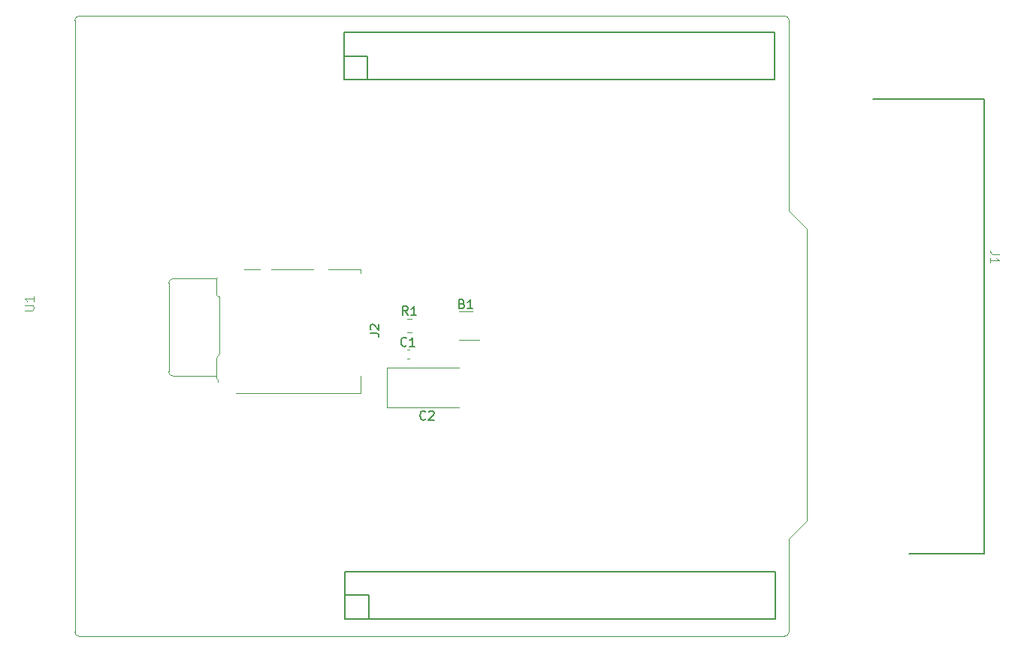
<source format=gbr>
%TF.GenerationSoftware,KiCad,Pcbnew,7.0.5-7.0.5~ubuntu22.04.1*%
%TF.CreationDate,2023-06-12T13:20:56+02:00*%
%TF.ProjectId,OBC_L476RG,4f42435f-4c34-4373-9652-472e6b696361,rev?*%
%TF.SameCoordinates,Original*%
%TF.FileFunction,Legend,Top*%
%TF.FilePolarity,Positive*%
%FSLAX46Y46*%
G04 Gerber Fmt 4.6, Leading zero omitted, Abs format (unit mm)*
G04 Created by KiCad (PCBNEW 7.0.5-7.0.5~ubuntu22.04.1) date 2023-06-12 13:20:56*
%MOMM*%
%LPD*%
G01*
G04 APERTURE LIST*
%ADD10C,0.150000*%
%ADD11C,0.100000*%
%ADD12C,0.120000*%
%ADD13C,0.200000*%
%ADD14C,0.050000*%
G04 APERTURE END LIST*
D10*
%TO.C,C2*%
X166620247Y-99124267D02*
X166572628Y-99171887D01*
X166572628Y-99171887D02*
X166429771Y-99219506D01*
X166429771Y-99219506D02*
X166334533Y-99219506D01*
X166334533Y-99219506D02*
X166191676Y-99171887D01*
X166191676Y-99171887D02*
X166096438Y-99076648D01*
X166096438Y-99076648D02*
X166048819Y-98981410D01*
X166048819Y-98981410D02*
X166001200Y-98790934D01*
X166001200Y-98790934D02*
X166001200Y-98648077D01*
X166001200Y-98648077D02*
X166048819Y-98457601D01*
X166048819Y-98457601D02*
X166096438Y-98362363D01*
X166096438Y-98362363D02*
X166191676Y-98267125D01*
X166191676Y-98267125D02*
X166334533Y-98219506D01*
X166334533Y-98219506D02*
X166429771Y-98219506D01*
X166429771Y-98219506D02*
X166572628Y-98267125D01*
X166572628Y-98267125D02*
X166620247Y-98314744D01*
X167001200Y-98314744D02*
X167048819Y-98267125D01*
X167048819Y-98267125D02*
X167144057Y-98219506D01*
X167144057Y-98219506D02*
X167382152Y-98219506D01*
X167382152Y-98219506D02*
X167477390Y-98267125D01*
X167477390Y-98267125D02*
X167525009Y-98314744D01*
X167525009Y-98314744D02*
X167572628Y-98409982D01*
X167572628Y-98409982D02*
X167572628Y-98505220D01*
X167572628Y-98505220D02*
X167525009Y-98648077D01*
X167525009Y-98648077D02*
X166953581Y-99219506D01*
X166953581Y-99219506D02*
X167572628Y-99219506D01*
D11*
%TO.C,J1*%
X231258580Y-80520666D02*
X230544295Y-80520666D01*
X230544295Y-80520666D02*
X230401438Y-80473047D01*
X230401438Y-80473047D02*
X230306200Y-80377809D01*
X230306200Y-80377809D02*
X230258580Y-80234952D01*
X230258580Y-80234952D02*
X230258580Y-80139714D01*
X230258580Y-81520666D02*
X230258580Y-80949238D01*
X230258580Y-81234952D02*
X231258580Y-81234952D01*
X231258580Y-81234952D02*
X231115723Y-81139714D01*
X231115723Y-81139714D02*
X231020485Y-81044476D01*
X231020485Y-81044476D02*
X230972866Y-80949238D01*
D10*
%TO.C,B1*%
X170748238Y-86119009D02*
X170891095Y-86166628D01*
X170891095Y-86166628D02*
X170938714Y-86214247D01*
X170938714Y-86214247D02*
X170986333Y-86309485D01*
X170986333Y-86309485D02*
X170986333Y-86452342D01*
X170986333Y-86452342D02*
X170938714Y-86547580D01*
X170938714Y-86547580D02*
X170891095Y-86595200D01*
X170891095Y-86595200D02*
X170795857Y-86642819D01*
X170795857Y-86642819D02*
X170414905Y-86642819D01*
X170414905Y-86642819D02*
X170414905Y-85642819D01*
X170414905Y-85642819D02*
X170748238Y-85642819D01*
X170748238Y-85642819D02*
X170843476Y-85690438D01*
X170843476Y-85690438D02*
X170891095Y-85738057D01*
X170891095Y-85738057D02*
X170938714Y-85833295D01*
X170938714Y-85833295D02*
X170938714Y-85928533D01*
X170938714Y-85928533D02*
X170891095Y-86023771D01*
X170891095Y-86023771D02*
X170843476Y-86071390D01*
X170843476Y-86071390D02*
X170748238Y-86119009D01*
X170748238Y-86119009D02*
X170414905Y-86119009D01*
X171938714Y-86642819D02*
X171367286Y-86642819D01*
X171653000Y-86642819D02*
X171653000Y-85642819D01*
X171653000Y-85642819D02*
X171557762Y-85785676D01*
X171557762Y-85785676D02*
X171462524Y-85880914D01*
X171462524Y-85880914D02*
X171367286Y-85928533D01*
%TO.C,C1*%
X164462311Y-90834003D02*
X164414692Y-90881623D01*
X164414692Y-90881623D02*
X164271835Y-90929242D01*
X164271835Y-90929242D02*
X164176597Y-90929242D01*
X164176597Y-90929242D02*
X164033740Y-90881623D01*
X164033740Y-90881623D02*
X163938502Y-90786384D01*
X163938502Y-90786384D02*
X163890883Y-90691146D01*
X163890883Y-90691146D02*
X163843264Y-90500670D01*
X163843264Y-90500670D02*
X163843264Y-90357813D01*
X163843264Y-90357813D02*
X163890883Y-90167337D01*
X163890883Y-90167337D02*
X163938502Y-90072099D01*
X163938502Y-90072099D02*
X164033740Y-89976861D01*
X164033740Y-89976861D02*
X164176597Y-89929242D01*
X164176597Y-89929242D02*
X164271835Y-89929242D01*
X164271835Y-89929242D02*
X164414692Y-89976861D01*
X164414692Y-89976861D02*
X164462311Y-90024480D01*
X165414692Y-90929242D02*
X164843264Y-90929242D01*
X165128978Y-90929242D02*
X165128978Y-89929242D01*
X165128978Y-89929242D02*
X165033740Y-90072099D01*
X165033740Y-90072099D02*
X164938502Y-90167337D01*
X164938502Y-90167337D02*
X164843264Y-90214956D01*
%TO.C,R1*%
X164636333Y-87405819D02*
X164303000Y-86929628D01*
X164064905Y-87405819D02*
X164064905Y-86405819D01*
X164064905Y-86405819D02*
X164445857Y-86405819D01*
X164445857Y-86405819D02*
X164541095Y-86453438D01*
X164541095Y-86453438D02*
X164588714Y-86501057D01*
X164588714Y-86501057D02*
X164636333Y-86596295D01*
X164636333Y-86596295D02*
X164636333Y-86739152D01*
X164636333Y-86739152D02*
X164588714Y-86834390D01*
X164588714Y-86834390D02*
X164541095Y-86882009D01*
X164541095Y-86882009D02*
X164445857Y-86929628D01*
X164445857Y-86929628D02*
X164064905Y-86929628D01*
X165588714Y-87405819D02*
X165017286Y-87405819D01*
X165303000Y-87405819D02*
X165303000Y-86405819D01*
X165303000Y-86405819D02*
X165207762Y-86548676D01*
X165207762Y-86548676D02*
X165112524Y-86643914D01*
X165112524Y-86643914D02*
X165017286Y-86691533D01*
%TO.C,J2*%
X160372819Y-89464333D02*
X161087104Y-89464333D01*
X161087104Y-89464333D02*
X161229961Y-89511952D01*
X161229961Y-89511952D02*
X161325200Y-89607190D01*
X161325200Y-89607190D02*
X161372819Y-89750047D01*
X161372819Y-89750047D02*
X161372819Y-89845285D01*
X160468057Y-89035761D02*
X160420438Y-88988142D01*
X160420438Y-88988142D02*
X160372819Y-88892904D01*
X160372819Y-88892904D02*
X160372819Y-88654809D01*
X160372819Y-88654809D02*
X160420438Y-88559571D01*
X160420438Y-88559571D02*
X160468057Y-88511952D01*
X160468057Y-88511952D02*
X160563295Y-88464333D01*
X160563295Y-88464333D02*
X160658533Y-88464333D01*
X160658533Y-88464333D02*
X160801390Y-88511952D01*
X160801390Y-88511952D02*
X161372819Y-89083380D01*
X161372819Y-89083380D02*
X161372819Y-88464333D01*
D11*
%TO.C,U1*%
X121461419Y-86865172D02*
X122270942Y-86865172D01*
X122270942Y-86865172D02*
X122366180Y-86817553D01*
X122366180Y-86817553D02*
X122413800Y-86769934D01*
X122413800Y-86769934D02*
X122461419Y-86674696D01*
X122461419Y-86674696D02*
X122461419Y-86484220D01*
X122461419Y-86484220D02*
X122413800Y-86388982D01*
X122413800Y-86388982D02*
X122366180Y-86341363D01*
X122366180Y-86341363D02*
X122270942Y-86293744D01*
X122270942Y-86293744D02*
X121461419Y-86293744D01*
X122461419Y-85293744D02*
X122461419Y-85865172D01*
X122461419Y-85579458D02*
X121461419Y-85579458D01*
X121461419Y-85579458D02*
X121604276Y-85674696D01*
X121604276Y-85674696D02*
X121699514Y-85769934D01*
X121699514Y-85769934D02*
X121747133Y-85865172D01*
D12*
%TO.C,C2*%
X162298000Y-93326000D02*
X162298000Y-97846000D01*
X162298000Y-97846000D02*
X170358000Y-97846000D01*
X170358000Y-93326000D02*
X162298000Y-93326000D01*
D13*
%TO.C,J1*%
X217030718Y-63041651D02*
X229600718Y-63041651D01*
X229600718Y-114351651D02*
X221090718Y-114351651D01*
X229600718Y-114351651D02*
X229600718Y-63041651D01*
D12*
%TO.C,B1*%
X171953000Y-87001000D02*
X170353000Y-87001000D01*
X170353000Y-90201000D02*
X172653000Y-90201000D01*
%TO.C,C1*%
X164522420Y-91266000D02*
X164803580Y-91266000D01*
X164522420Y-92286000D02*
X164803580Y-92286000D01*
%TO.C,R1*%
X164575936Y-87866000D02*
X165030064Y-87866000D01*
X164575936Y-89336000D02*
X165030064Y-89336000D01*
%TO.C,J2*%
X159278000Y-82231000D02*
X155668000Y-82231000D01*
X153968000Y-82231000D02*
X149268000Y-82231000D01*
X147968000Y-82231000D02*
X146168000Y-82231000D01*
X159278000Y-82681000D02*
X159278000Y-82231000D01*
X143008000Y-83261000D02*
X143208000Y-83061000D01*
X143008000Y-83261000D02*
X143008000Y-85121000D01*
D11*
X143076197Y-83298659D02*
X138176197Y-83298659D01*
X137676197Y-83798659D02*
X137676197Y-93798659D01*
D12*
X143008000Y-85121000D02*
X143208000Y-85331000D01*
X143358000Y-85331000D02*
X143208000Y-85331000D01*
X143358000Y-85331000D02*
X143358000Y-91701000D01*
X143008000Y-92211000D02*
X143358000Y-91701000D01*
X159278000Y-94281000D02*
X159278000Y-96201000D01*
D11*
X138176197Y-94298659D02*
X143076197Y-94298659D01*
D12*
X143008000Y-94521000D02*
X143008000Y-92211000D01*
X143008000Y-94521000D02*
X143208000Y-94721000D01*
X143208000Y-94721000D02*
X143208000Y-94981000D01*
X159278000Y-96201000D02*
X145268000Y-96201000D01*
D11*
X138176197Y-83298659D02*
G75*
G03*
X137676197Y-83798659I1J-500001D01*
G01*
X137676191Y-93798659D02*
G75*
G03*
X138176197Y-94298659I499989J-11D01*
G01*
D14*
%TO.C,U1*%
X127594000Y-123646000D02*
X207094000Y-123646000D01*
X207594000Y-123146000D02*
X207594000Y-112646000D01*
D13*
X157564000Y-121663268D02*
X206078000Y-121663268D01*
X160231000Y-118996268D02*
X160231000Y-121663268D01*
X160231000Y-118996268D02*
X157564000Y-118996268D01*
X157564000Y-116329268D02*
X157564000Y-121663268D01*
X157564000Y-116329268D02*
X206078000Y-116329268D01*
X206078000Y-116329268D02*
X206078000Y-121663268D01*
D14*
X207594000Y-112646000D02*
X209594000Y-110646000D01*
X209594000Y-110646000D02*
X209594000Y-77646000D01*
X209594000Y-77646000D02*
X207594000Y-75646000D01*
X207594000Y-75646000D02*
X207594000Y-54146000D01*
D13*
X157437000Y-60830268D02*
X205951000Y-60830268D01*
X160104000Y-58163268D02*
X160104000Y-60830268D01*
X160104000Y-58163268D02*
X157437000Y-58163268D01*
X157437000Y-55496268D02*
X157437000Y-60830268D01*
X157437000Y-55496268D02*
X205951000Y-55496268D01*
X205951000Y-55496268D02*
X205951000Y-60830268D01*
D14*
X127094000Y-54145999D02*
X127094001Y-123145999D01*
X207094000Y-53646000D02*
X127594000Y-53646000D01*
X127094000Y-123145999D02*
G75*
G03*
X127594000Y-123646000I500000J-1D01*
G01*
X207094000Y-123646000D02*
G75*
G03*
X207594000Y-123146000I0J500000D01*
G01*
X127594001Y-53646000D02*
G75*
G03*
X127094000Y-54145999I-1J-500000D01*
G01*
X207594001Y-54146000D02*
G75*
G03*
X207094001Y-53645999I-500001J0D01*
G01*
%TD*%
M02*

</source>
